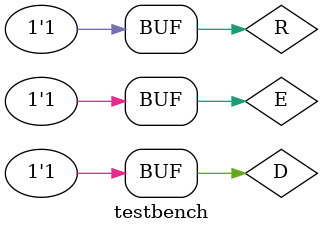
<source format=v>
`timescale 1ns / 1ps


module testbench(

    );
    
    reg D, E, R;
    wire Q;
    
    D_latch_A_reset uut(.D(D), .E(E), .R(R), .Q(Q));
    
    initial begin
        D = 0; E = 0; R = 0;
        #100
        D = 0; E = 0; R = 1;
        #100
        D = 0; E = 1; R = 0;
        #100
        D = 0; E = 1; R = 1;
        #100
        D = 1; E = 0; R = 0; 
        #100
        D = 1; E = 0; R = 1;
        #100
        D = 1; E = 1; R = 0;
        #100
        D = 1; E = 1; R = 1;
        #100;
    end
    
endmodule

</source>
